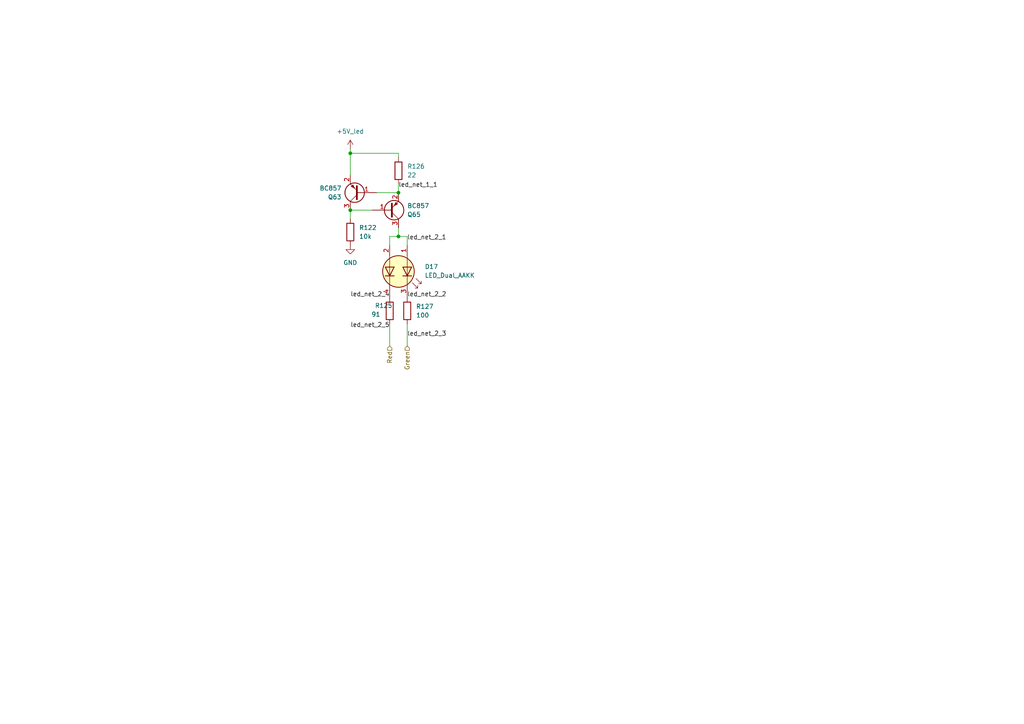
<source format=kicad_sch>
(kicad_sch (version 20231120) (generator "eeschema") (generator_version "8.0")
  (paper "A4")
  (title_block (title "RPM meter LED") (date "2024-11-26") (rev "v1.0") (company "STAPsystem"))
  (lib_symbols
    (symbol "Device:LED_Dual_AAKK" (pin_names (offset 0) hide)
      (property "Reference" "D" (at 0 5.715 0))
      (property "Value" "LED_Dual_AAKK" (at 0 -6.35 0))
      (symbol "LED_Dual_AAKK_0_1"
        (polyline (pts (xy -5.08 -2.54) (xy 2.032 -2.54)))
        (polyline (pts (xy -5.08 2.54) (xy 2.032 2.54)))
        (polyline (pts (xy 1.27 -1.27) (xy 1.27 -3.81)) (stroke (width 0.254)))
        (polyline (pts (xy 1.27 3.81) (xy 1.27 1.27)) (stroke (width 0.254)))
        (polyline (pts (xy 3.81 -2.54) (xy 1.905 -2.54)))
        (polyline (pts (xy 3.81 2.54) (xy 1.905 2.54)))
        (polyline (pts (xy -1.27 -1.27) (xy -1.27 -3.81) (xy 1.27 -2.54) (xy -1.27 -1.27)) (stroke (width 0.254)))
        (polyline (pts (xy -1.27 3.81) (xy -1.27 1.27) (xy 1.27 2.54) (xy -1.27 3.81)) (stroke (width 0.254)))
        (polyline (pts (xy 2.032 5.08) (xy 3.556 6.604) (xy 2.794 6.604) (xy 3.556 6.604) (xy 3.556 5.842)))
        (polyline (pts (xy 3.302 4.064) (xy 4.826 5.588) (xy 4.064 5.588) (xy 4.826 5.588) (xy 4.826 4.826)))
        (circle (center 0 0) (radius 4.572) (stroke (width 0.254)) (fill (type background)))
      )
      (symbol "LED_Dual_AAKK_1_1"
        (pin input line (at -7.62 2.54 0) (length 3.048) (name "A1") (number "1"))
        (pin input line (at -7.62 -2.54 0) (length 3.048) (name "A2") (number "2"))
        (pin input line (at 7.62 2.54 180) (length 3.81) (name "K1") (number "3"))
        (pin input line (at 7.62 -2.54 180) (length 3.81) (name "K2") (number "4"))
      )
    )
    (symbol "Device:R" (pin_numbers hide) (pin_names (offset 0))
      (property "Reference" "R" (at 2.032 0 90))
      (property "Value" "R" (at 0 0 90))
      (symbol "R_0_1"
        (rectangle (start -1.016 -2.54) (end 1.016 2.54) (stroke (width 0.254)))
      )
      (symbol "R_1_1"
        (pin passive line (at 0 3.81 270) (length 1.27) (name "~") (number "1"))
        (pin passive line (at 0 -3.81 90) (length 1.27) (name "~") (number "2"))
      )
    )
    (symbol "Transistor_BJT:BC857" (pin_names (offset 0) hide)
      (property "Reference" "Q" (at 5.08 1.905 0))
      (property "Value" "BC857" (at 5.08 0 0))
      (symbol "BC857_0_1"
        (polyline (pts (xy 0.635 0.635) (xy 2.54 2.54)))
        (polyline (pts (xy 0.635 -0.635) (xy 2.54 -2.54) (xy 2.54 -2.54)))
        (polyline (pts (xy 0.635 1.905) (xy 0.635 -1.905) (xy 0.635 -1.905)) (stroke (width 0.508)))
        (polyline (pts (xy 2.286 -1.778) (xy 1.778 -2.286) (xy 1.27 -1.27) (xy 2.286 -1.778) (xy 2.286 -1.778)) (fill (type outline)))
        (circle (center 1.27 0) (radius 2.8194) (stroke (width 0.254)))
      )
      (symbol "BC857_1_1"
        (pin input line (at -5.08 0 0) (length 5.715) (name "B") (number "1"))
        (pin passive line (at 2.54 -5.08 90) (length 2.54) (name "E") (number "2"))
        (pin passive line (at 2.54 5.08 270) (length 2.54) (name "C") (number "3"))
      )
    )
    (symbol "power:+5V" (power) (pin_numbers hide) (pin_names (offset 0) hide)
      (property "Value" "+5V" (at 0 3.556 0))
      (symbol "+5V_0_1"
        (polyline (pts (xy -0.762 1.27) (xy 0 2.54)))
        (polyline (pts (xy 0 0) (xy 0 2.54)))
        (polyline (pts (xy 0 2.54) (xy 0.762 1.27)))
      )
      (symbol "+5V_1_1"
        (pin power_in line (at 0 0 90) (length 0) (name "~") (number "1"))
      )
    )
    (symbol "power:GND" (power) (pin_numbers hide) (pin_names (offset 0) hide)
      (property "Value" "GND" (at 0 -3.81 0))
      (symbol "GND_0_1"
        (polyline (pts (xy 0 0) (xy 0 -1.27) (xy 1.27 -1.27) (xy 0 -2.54) (xy -1.27 -1.27) (xy 0 -1.27)))
      )
      (symbol "GND_1_1"
        (pin power_in line (at 0 0 270) (length 0) (name "~") (number "1"))
      )
    )
  )
  (junction (at 115.57 55.88))
  (junction (at 101.6 44.45))
  (junction (at 101.6 60.96))
  (junction (at 115.57 68.58))
  (wire (pts (xy 118.11 71.12) (xy 118.11 68.58)))
  (wire (pts (xy 115.57 45.72) (xy 115.57 44.45)))
  (wire (pts (xy 101.6 43.18) (xy 101.6 44.45)))
  (wire (pts (xy 118.11 68.58) (xy 115.57 68.58)))
  (wire (pts (xy 109.22 55.88) (xy 115.57 55.88)))
  (wire (pts (xy 115.57 66.04) (xy 115.57 68.58)))
  (wire (pts (xy 115.57 53.34) (xy 115.57 55.88)))
  (wire (pts (xy 113.03 93.98) (xy 113.03 100.33)))
  (wire (pts (xy 118.11 93.98) (xy 118.11 100.33)))
  (wire (pts (xy 113.03 68.58) (xy 113.03 71.12)))
  (wire (pts (xy 115.57 68.58) (xy 113.03 68.58)))
  (wire (pts (xy 115.57 44.45) (xy 101.6 44.45)))
  (wire (pts (xy 101.6 60.96) (xy 107.95 60.96)))
  (wire (pts (xy 101.6 44.45) (xy 101.6 50.8)))
  (wire (pts (xy 101.6 60.96) (xy 101.6 63.5)))
  (label "led_net_2_5" (at 113.03 95.25 180))
  (label "led_net_2_3" (at 118.11 97.79 0))
  (label "led_net_2_2" (at 118.11 86.36 0))
  (label "led_net_2_4" (at 113.03 86.36 180))
  (label "led_net_1_1" (at 115.57 54.61 0))
  (label "led_net_2_1" (at 118.11 69.85 0))
  (hierarchical_label "Red" (shape input) (at 113.03 100.33 270))
  (hierarchical_label "Green" (shape input) (at 118.11 100.33 270))
  (symbol (lib_id "power:GND") (at 101.6 71.12 0) (unit 1)
    (property "Reference" "#PWR0106" (effects (hide yes)))
    (property "Value" "GND" (at 101.6 76.2 0))
    (property "Description" "Power symbol creates a global label with name \"GND\" , ground" (effects (hide yes)))
    (instances (project "rpm_meter" (path "" (reference "#PWR0106") (unit 1)) (path "" (reference "#PWR021") (unit 1)) (path "" (reference "#PWR070") (unit 1)) (path "" (reference "#PWR098") (unit 1)) (path "" (reference "#PWR0102") (unit 1)) (path "" (reference "#PWR0110") (unit 1)) (path "" (reference "#PWR09") (unit 1)) (path "" (reference "#PWR025") (unit 1)) (path "" (reference "#PWR013") (unit 1)) (path "" (reference "#PWR074") (unit 1)) (path "" (reference "#PWR082") (unit 1)) (path "" (reference "#PWR094") (unit 1)) (path "" (reference "#PWR0114") (unit 1)) (path "" (reference "#PWR078") (unit 1)) (path "" (reference "#PWR090") (unit 1)) (path "" (reference "#PWR0122") (unit 1)) (path "" (reference "#PWR0126") (unit 1)) (path "" (reference "#PWR086") (unit 1)) (path "" (reference "#PWR0118") (unit 1)) (path "" (reference "#PWR017") (unit 1))))
  )
  (symbol (lib_id "Transistor_BJT:BC857") (at 113.03 60.96 0) (mirror x) (unit 1)
    (property "Reference" "Q65" (at 118.11 62.2301 0) (effects (justify left)))
    (property "Value" "BC857" (at 118.11 59.6901 0) (effects (justify left)))
    (property "Footprint" "Package_TO_SOT_SMD:SOT-23" (effects (hide yes)))
    (property "Datasheet" "https://www.onsemi.com/pub/Collateral/BC860-D.pdf" (effects (hide yes)))
    (property "Description" "0.1A Ic, 45V Vce, PNP Transistor, SOT-23" (effects (hide yes)))
    (instances (project "rpm_meter" (path "" (reference "Q65") (unit 1)) (path "" (reference "Q21") (unit 1)) (path "" (reference "Q29") (unit 1)) (path "" (reference "Q57") (unit 1)) (path "" (reference "Q61") (unit 1)) (path "" (reference "Q69") (unit 1)) (path "" (reference "Q4") (unit 1)) (path "" (reference "Q25") (unit 1)) (path "" (reference "Q8") (unit 1)) (path "" (reference "Q33") (unit 1)) (path "" (reference "Q41") (unit 1)) (path "" (reference "Q53") (unit 1)) (path "" (reference "Q73") (unit 1)) (path "" (reference "Q37") (unit 1)) (path "" (reference "Q49") (unit 1)) (path "" (reference "Q81") (unit 1)) (path "" (reference "Q85") (unit 1)) (path "" (reference "Q45") (unit 1)) (path "" (reference "Q77") (unit 1)) (path "" (reference "Q17") (unit 1))))
  )
  (symbol (lib_id "Transistor_BJT:BC857") (at 104.14 55.88 180) (unit 1)
    (property "Reference" "Q63" (at 99.06 57.1501 0) (effects (justify left)))
    (property "Value" "BC857" (at 99.06 54.6101 0) (effects (justify left)))
    (property "Footprint" "Package_TO_SOT_SMD:SOT-23" (effects (hide yes)))
    (property "Datasheet" "https://www.onsemi.com/pub/Collateral/BC860-D.pdf" (effects (hide yes)))
    (property "Description" "0.1A Ic, 45V Vce, PNP Transistor, SOT-23" (effects (hide yes)))
    (instances (project "rpm_meter" (path "" (reference "Q63") (unit 1)) (path "" (reference "Q19") (unit 1)) (path "" (reference "Q27") (unit 1)) (path "" (reference "Q55") (unit 1)) (path "" (reference "Q59") (unit 1)) (path "" (reference "Q67") (unit 1)) (path "" (reference "Q2") (unit 1)) (path "" (reference "Q23") (unit 1)) (path "" (reference "Q6") (unit 1)) (path "" (reference "Q31") (unit 1)) (path "" (reference "Q39") (unit 1)) (path "" (reference "Q51") (unit 1)) (path "" (reference "Q71") (unit 1)) (path "" (reference "Q35") (unit 1)) (path "" (reference "Q47") (unit 1)) (path "" (reference "Q79") (unit 1)) (path "" (reference "Q83") (unit 1)) (path "" (reference "Q43") (unit 1)) (path "" (reference "Q75") (unit 1)) (path "" (reference "Q10") (unit 1))))
  )
  (symbol (lib_id "Device:LED_Dual_AAKK") (at 115.57 78.74 270) (unit 1)
    (property "Reference" "D17" (at 123.19 77.3429 90) (effects (justify left)))
    (property "Value" "LED_Dual_AAKK" (at 123.19 79.8829 90) (effects (justify left)))
    (property "Footprint" "Library_local:LED_RG_1210" (effects (hide yes)))
    (property "Datasheet" "https://www.tme.eu/pl/details/ltst-c155kgjrkt/diody-led-smd-kolorowe/liteon/" (effects (hide yes)))
    (property "Description" "Dual LED, cathodes on pins 3 and 4" (effects (hide yes)))
    (instances (project "rpm_meter" (path "" (reference "D17") (unit 1)) (path "" (reference "D6") (unit 1)) (path "" (reference "D8") (unit 1)) (path "" (reference "D15") (unit 1)) (path "" (reference "D16") (unit 1)) (path "" (reference "D18") (unit 1)) (path "" (reference "D3") (unit 1)) (path "" (reference "D7") (unit 1)) (path "" (reference "D4") (unit 1)) (path "" (reference "D9") (unit 1)) (path "" (reference "D11") (unit 1)) (path "" (reference "D14") (unit 1)) (path "" (reference "D19") (unit 1)) (path "" (reference "D10") (unit 1)) (path "" (reference "D13") (unit 1)) (path "" (reference "D21") (unit 1)) (path "" (reference "D22") (unit 1)) (path "" (reference "D12") (unit 1)) (path "" (reference "D20") (unit 1)) (path "" (reference "D5") (unit 1))))
  )
  (symbol (lib_id "Device:R") (at 113.03 90.17 0) (unit 1)
    (property "Reference" "R125" (at 108.712 88.646 0) (effects (justify left)))
    (property "Value" "91" (at 107.696 91.186 0) (effects (justify left)))
    (property "Footprint" "Resistor_SMD:R_0603_1608Metric" (effects (hide yes)))
    (property "Description" "Resistor" (effects (hide yes)))
    (instances (project "rpm_meter" (path "" (reference "R125") (unit 1)) (path "" (reference "R28") (unit 1)) (path "" (reference "R40") (unit 1)) (path "" (reference "R113") (unit 1)) (path "" (reference "R119") (unit 1)) (path "" (reference "R131") (unit 1)) (path "" (reference "R10") (unit 1)) (path "" (reference "R34") (unit 1)) (path "" (reference "R16") (unit 1)) (path "" (reference "R46") (unit 1)) (path "" (reference "R89") (unit 1)) (path "" (reference "R107") (unit 1)) (path "" (reference "R137") (unit 1)) (path "" (reference "R83") (unit 1)) (path "" (reference "R101") (unit 1)) (path "" (reference "R149") (unit 1)) (path "" (reference "R155") (unit 1)) (path "" (reference "R95") (unit 1)) (path "" (reference "R143") (unit 1)) (path "" (reference "R22") (unit 1))))
  )
  (symbol (lib_id "Device:R") (at 118.11 90.17 0) (unit 1)
    (property "Reference" "R127" (at 120.65 88.8999 0) (effects (justify left)))
    (property "Value" "100" (at 120.65 91.4399 0) (effects (justify left)))
    (property "Footprint" "Resistor_SMD:R_0603_1608Metric" (effects (hide yes)))
    (property "Description" "Resistor" (effects (hide yes)))
    (instances (project "rpm_meter" (path "" (reference "R127") (unit 1)) (path "" (reference "R30") (unit 1)) (path "" (reference "R42") (unit 1)) (path "" (reference "R115") (unit 1)) (path "" (reference "R121") (unit 1)) (path "" (reference "R133") (unit 1)) (path "" (reference "R12") (unit 1)) (path "" (reference "R36") (unit 1)) (path "" (reference "R18") (unit 1)) (path "" (reference "R79") (unit 1)) (path "" (reference "R91") (unit 1)) (path "" (reference "R109") (unit 1)) (path "" (reference "R139") (unit 1)) (path "" (reference "R85") (unit 1)) (path "" (reference "R103") (unit 1)) (path "" (reference "R151") (unit 1)) (path "" (reference "R157") (unit 1)) (path "" (reference "R97") (unit 1)) (path "" (reference "R145") (unit 1)) (path "" (reference "R24") (unit 1))))
  )
  (symbol (lib_id "Device:R") (at 115.57 49.53 0) (unit 1)
    (property "Reference" "R126" (at 118.11 48.2599 0) (effects (justify left)))
    (property "Value" "22" (at 118.11 50.7999 0) (effects (justify left)))
    (property "Footprint" "Resistor_SMD:R_0603_1608Metric" (effects (hide yes)))
    (property "Description" "Resistor" (effects (hide yes)))
    (instances (project "rpm_meter" (path "" (reference "R126") (unit 1)) (path "" (reference "R29") (unit 1)) (path "" (reference "R41") (unit 1)) (path "" (reference "R114") (unit 1)) (path "" (reference "R120") (unit 1)) (path "" (reference "R132") (unit 1)) (path "" (reference "R11") (unit 1)) (path "" (reference "R35") (unit 1)) (path "" (reference "R17") (unit 1)) (path "" (reference "R78") (unit 1)) (path "" (reference "R90") (unit 1)) (path "" (reference "R108") (unit 1)) (path "" (reference "R138") (unit 1)) (path "" (reference "R84") (unit 1)) (path "" (reference "R102") (unit 1)) (path "" (reference "R150") (unit 1)) (path "" (reference "R156") (unit 1)) (path "" (reference "R96") (unit 1)) (path "" (reference "R144") (unit 1)) (path "" (reference "R23") (unit 1))))
  )
  (symbol (lib_id "Device:R") (at 101.6 67.31 0) (unit 1)
    (property "Reference" "R122" (at 104.14 66.0399 0) (effects (justify left)))
    (property "Value" "10k" (at 104.14 68.5799 0) (effects (justify left)))
    (property "Footprint" "Resistor_SMD:R_0603_1608Metric" (effects (hide yes)))
    (property "Description" "Resistor" (effects (hide yes)))
    (instances (project "rpm_meter" (path "" (reference "R122") (unit 1)) (path "" (reference "R25") (unit 1)) (path "" (reference "R37") (unit 1)) (path "" (reference "R110") (unit 1)) (path "" (reference "R116") (unit 1)) (path "" (reference "R128") (unit 1)) (path "" (reference "R7") (unit 1)) (path "" (reference "R31") (unit 1)) (path "" (reference "R13") (unit 1)) (path "" (reference "R43") (unit 1)) (path "" (reference "R86") (unit 1)) (path "" (reference "R104") (unit 1)) (path "" (reference "R134") (unit 1)) (path "" (reference "R80") (unit 1)) (path "" (reference "R98") (unit 1)) (path "" (reference "R146") (unit 1)) (path "" (reference "R152") (unit 1)) (path "" (reference "R92") (unit 1)) (path "" (reference "R140") (unit 1)) (path "" (reference "R19") (unit 1))))
  )
  (symbol (lib_id "power:+5V") (at 101.6 43.18 0) (unit 1)
    (property "Reference" "#PWR0105" (effects (hide yes)))
    (property "Value" "+5V_led" (at 101.6 38.1 0))
    (property "Description" "Power symbol creates a global label with name \"+5V\"" (effects (hide yes)))
    (instances (project "rpm_meter" (path "" (reference "#PWR0105") (unit 1)) (path "" (reference "#PWR020") (unit 1)) (path "" (reference "#PWR069") (unit 1)) (path "" (reference "#PWR097") (unit 1)) (path "" (reference "#PWR0101") (unit 1)) (path "" (reference "#PWR0109") (unit 1)) (path "" (reference "#PWR08") (unit 1)) (path "" (reference "#PWR024") (unit 1)) (path "" (reference "#PWR012") (unit 1)) (path "" (reference "#PWR073") (unit 1)) (path "" (reference "#PWR081") (unit 1)) (path "" (reference "#PWR093") (unit 1)) (path "" (reference "#PWR0113") (unit 1)) (path "" (reference "#PWR077") (unit 1)) (path "" (reference "#PWR089") (unit 1)) (path "" (reference "#PWR0121") (unit 1)) (path "" (reference "#PWR0125") (unit 1)) (path "" (reference "#PWR085") (unit 1)) (path "" (reference "#PWR0117") (unit 1)) (path "" (reference "#PWR016") (unit 1))))
  )
)
</source>
